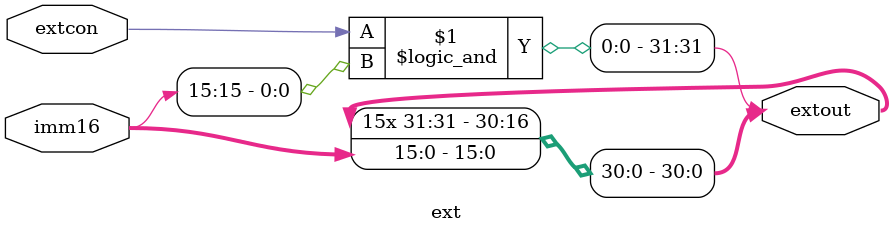
<source format=v>
`timescale 1ns / 1ps
module ext(
    input [15:0] imm16,
    input extcon,
    output [31:0] extout
    );
	assign extout = {{16{extcon && imm16[15]}}, imm16};
endmodule

</source>
